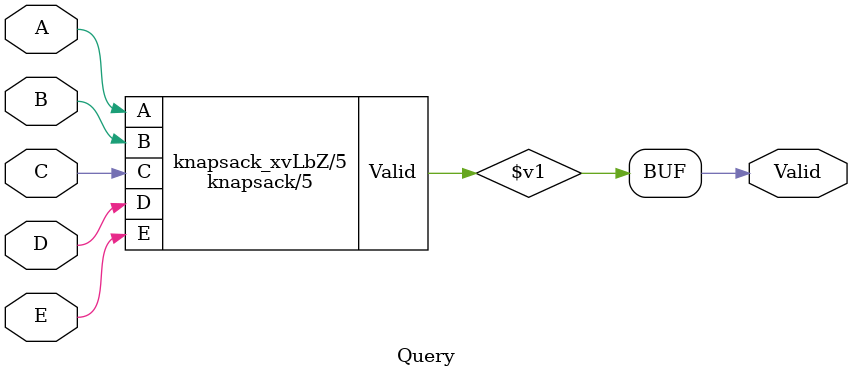
<source format=v>


// Define knapsack(num, num, num, num, num).
module \knapsack/5 (A, B, C, D, E, Valid);
  input A;
  input B;
  input C;
  input D;
  input E;
  output Valid;
  wire [1:0] $v1;
  assign $v1[0] = A*5'd4 + B*5'd2 + C*5'd2 + D + E*5'd10 >= 5'd15;
  assign $v1[1] = A*5'd12 + B + C*5'd2 + D + E*5'd4 <= 5'd16;
  assign Valid = &$v1;
endmodule

// Define Query(num, num, num, num, num).
module Query (A, B, C, D, E, Valid);
  input A;
  input B;
  input C;
  input D;
  input E;
  output Valid;
  wire $v1;
  \knapsack/5 \knapsack_xvLbZ/5 (A, B, C, D, E, $v1);
  assign Valid = &$v1;
endmodule

</source>
